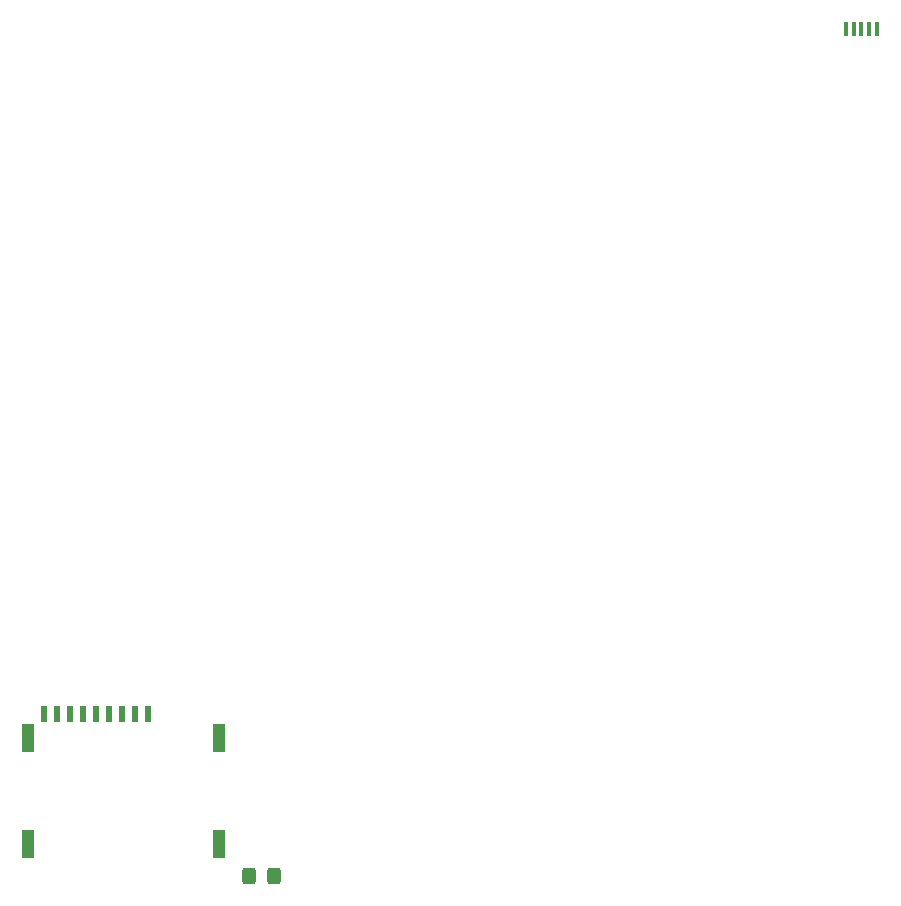
<source format=gtp>
G04 #@! TF.GenerationSoftware,KiCad,Pcbnew,7.0.2*
G04 #@! TF.CreationDate,2023-06-21T14:39:40-07:00*
G04 #@! TF.ProjectId,ESP32_Interface,45535033-325f-4496-9e74-657266616365,1*
G04 #@! TF.SameCoordinates,Original*
G04 #@! TF.FileFunction,Paste,Top*
G04 #@! TF.FilePolarity,Positive*
%FSLAX46Y46*%
G04 Gerber Fmt 4.6, Leading zero omitted, Abs format (unit mm)*
G04 Created by KiCad (PCBNEW 7.0.2) date 2023-06-21 14:39:40*
%MOMM*%
%LPD*%
G01*
G04 APERTURE LIST*
G04 Aperture macros list*
%AMRoundRect*
0 Rectangle with rounded corners*
0 $1 Rounding radius*
0 $2 $3 $4 $5 $6 $7 $8 $9 X,Y pos of 4 corners*
0 Add a 4 corners polygon primitive as box body*
4,1,4,$2,$3,$4,$5,$6,$7,$8,$9,$2,$3,0*
0 Add four circle primitives for the rounded corners*
1,1,$1+$1,$2,$3*
1,1,$1+$1,$4,$5*
1,1,$1+$1,$6,$7*
1,1,$1+$1,$8,$9*
0 Add four rect primitives between the rounded corners*
20,1,$1+$1,$2,$3,$4,$5,0*
20,1,$1+$1,$4,$5,$6,$7,0*
20,1,$1+$1,$6,$7,$8,$9,0*
20,1,$1+$1,$8,$9,$2,$3,0*%
G04 Aperture macros list end*
%ADD10R,0.620000X1.400000*%
%ADD11R,1.100000X2.400000*%
%ADD12R,0.450000X1.300000*%
%ADD13RoundRect,0.250000X-0.325000X-0.450000X0.325000X-0.450000X0.325000X0.450000X-0.325000X0.450000X0*%
G04 APERTURE END LIST*
D10*
X102675000Y-118601500D03*
X101575000Y-118601500D03*
X100475000Y-118601500D03*
X99375000Y-118601500D03*
X98275000Y-118601500D03*
X97175000Y-118601500D03*
X96075000Y-118601500D03*
X94975000Y-118601500D03*
X93875000Y-118601500D03*
D11*
X92495000Y-129601500D03*
X92495000Y-120601500D03*
X108645000Y-120601500D03*
X108645000Y-129601500D03*
D12*
X164354000Y-60639400D03*
X163704000Y-60639400D03*
X163054000Y-60639400D03*
X162404000Y-60639400D03*
X161754000Y-60639400D03*
D13*
X111243000Y-132334000D03*
X113293000Y-132334000D03*
M02*

</source>
